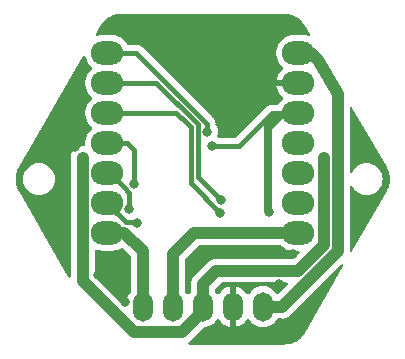
<source format=gbr>
%TF.GenerationSoftware,KiCad,Pcbnew,7.0.9*%
%TF.CreationDate,2023-12-16T17:23:44+09:00*%
%TF.ProjectId,LineIntegratedBoard,4c696e65-496e-4746-9567-726174656442,rev?*%
%TF.SameCoordinates,Original*%
%TF.FileFunction,Copper,L1,Top*%
%TF.FilePolarity,Positive*%
%FSLAX46Y46*%
G04 Gerber Fmt 4.6, Leading zero omitted, Abs format (unit mm)*
G04 Created by KiCad (PCBNEW 7.0.9) date 2023-12-16 17:23:44*
%MOMM*%
%LPD*%
G01*
G04 APERTURE LIST*
%TA.AperFunction,SMDPad,CuDef*%
%ADD10O,1.700000X2.500000*%
%TD*%
%TA.AperFunction,SMDPad,CuDef*%
%ADD11O,2.748280X1.998980*%
%TD*%
%TA.AperFunction,ViaPad*%
%ADD12C,0.800000*%
%TD*%
%TA.AperFunction,Conductor*%
%ADD13C,1.000000*%
%TD*%
%TA.AperFunction,Conductor*%
%ADD14C,0.400000*%
%TD*%
G04 APERTURE END LIST*
D10*
%TO.P,J4,1,Pin_1*%
%TO.N,+5V*%
X157480000Y-100965000D03*
%TO.P,J4,2,Pin_2*%
%TO.N,GND*%
X154940000Y-100965000D03*
%TO.P,J4,3,Pin_3*%
%TO.N,+5VA*%
X152400000Y-100965000D03*
%TO.P,J4,4,Pin_4*%
%TO.N,LINE_TX*%
X149860000Y-100965000D03*
%TO.P,J4,5,Pin_5*%
%TO.N,LINE_RX*%
X147320000Y-100965000D03*
%TD*%
D11*
%TO.P,U2,14,5V*%
%TO.N,+5V*%
X160479677Y-79477167D03*
%TO.P,U2,13,GND*%
%TO.N,GND*%
X160479677Y-82017167D03*
%TO.P,U2,12,3V3*%
%TO.N,+3.3V*%
X160479677Y-84557167D03*
%TO.P,U2,11,PA6_A10_D10_MOSI*%
%TO.N,unconnected-(U2-PA6_A10_D10_MOSI-Pad11)*%
X160479677Y-87097167D03*
%TO.P,U2,10,PA5_A9_D9_MISO*%
%TO.N,unconnected-(U2-PA5_A9_D9_MISO-Pad10)*%
X160479677Y-89637167D03*
%TO.P,U2,9,PA7_A8_D8_SCK*%
%TO.N,unconnected-(U2-PA7_A8_D8_SCK-Pad9)*%
X160479677Y-92177167D03*
%TO.P,U2,8,PB09_A7_D7_RX*%
%TO.N,LINE_TX*%
X160479677Y-94717167D03*
%TO.P,U2,7,PB08_A6_D6_TX*%
%TO.N,LINE_RX*%
X144315117Y-94717167D03*
%TO.P,U2,6,PA9_A5_D5_SCL*%
%TO.N,S3*%
X144315117Y-92177167D03*
%TO.P,U2,5,PA8_A4_D4_SDA*%
%TO.N,S2*%
X144315117Y-89637167D03*
%TO.P,U2,4,PA11_A3_D3*%
%TO.N,E*%
X144315117Y-87097167D03*
%TO.P,U2,3,PA10_A2_D2*%
%TO.N,S1*%
X144315117Y-84557167D03*
%TO.P,U2,2,PA4_A1_D1*%
%TO.N,S0*%
X144315117Y-82017167D03*
%TO.P,U2,1,PA02_A0_D0*%
%TO.N,Data*%
X144315117Y-79477167D03*
%TD*%
D12*
%TO.N,GND*%
X160020000Y-96520000D03*
X157861000Y-78867000D03*
X152019000Y-77597000D03*
X146050000Y-77470000D03*
X152019000Y-82931000D03*
X157607000Y-83439000D03*
X159385000Y-77216000D03*
X165354000Y-94615000D03*
X162687000Y-99441000D03*
X159131000Y-103124000D03*
X158877000Y-99060000D03*
X157226000Y-96139000D03*
X151638000Y-97536000D03*
X165354000Y-87884000D03*
X145796000Y-96774000D03*
X145796000Y-100584000D03*
X143510000Y-98298000D03*
X139954000Y-93472000D03*
X138684000Y-87122000D03*
X140716000Y-96774000D03*
X141572955Y-87462062D03*
%TO.N,+3.3V*%
X157988000Y-92964000D03*
X153160693Y-87391768D03*
%TO.N,S3*%
X146840072Y-93894500D03*
%TO.N,S2*%
X146192971Y-92720968D03*
%TO.N,E*%
X146615332Y-90620668D03*
%TO.N,S1*%
X153868039Y-93022439D03*
%TO.N,S0*%
X153924000Y-91948000D03*
%TO.N,Data*%
X152775236Y-86143500D03*
%TO.N,+5VA*%
X142240000Y-89662000D03*
X162630000Y-89662000D03*
X153000689Y-98459311D03*
X152400000Y-99060000D03*
X142240000Y-88392000D03*
X162630000Y-88392000D03*
%TD*%
D13*
%TO.N,+5VA*%
X153000689Y-98459311D02*
X153543000Y-97917000D01*
X153543000Y-97917000D02*
X160481944Y-97917000D01*
X160481944Y-97917000D02*
X162630000Y-95768944D01*
X162630000Y-95768944D02*
X162630000Y-89662000D01*
%TO.N,+5V*%
X157480000Y-100965000D02*
X159131000Y-100965000D01*
X163830000Y-82967341D02*
X162155978Y-80067850D01*
X162155978Y-80067850D02*
X161565295Y-79477167D01*
X159131000Y-100965000D02*
X163830000Y-96266000D01*
X163830000Y-96266000D02*
X163830000Y-82967341D01*
X161565295Y-79477167D02*
X160479677Y-79477167D01*
%TO.N,LINE_TX*%
X149860000Y-100965000D02*
X149860000Y-96520000D01*
X149860000Y-96520000D02*
X151662833Y-94717167D01*
X151662833Y-94717167D02*
X160479677Y-94717167D01*
D14*
%TO.N,+3.3V*%
X157988000Y-92964000D02*
X157734000Y-92710000D01*
X157734000Y-92710000D02*
X157734000Y-85573167D01*
X157734000Y-85573167D02*
X158750000Y-84557167D01*
X158750000Y-84557167D02*
X160479677Y-84557167D01*
X158266833Y-84557167D02*
X158750000Y-84557167D01*
X157988000Y-85852000D02*
X157988000Y-92964000D01*
X160479677Y-84557167D02*
X159282833Y-84557167D01*
X159282833Y-84557167D02*
X157988000Y-85852000D01*
X153176461Y-87376000D02*
X155448000Y-87376000D01*
X153160693Y-87391768D02*
X153176461Y-87376000D01*
X155448000Y-87376000D02*
X158266833Y-84557167D01*
%TO.N,Data*%
X152775236Y-86143500D02*
X152775236Y-85465236D01*
X146787167Y-79477167D02*
X144315117Y-79477167D01*
X152775236Y-85465236D02*
X146787167Y-79477167D01*
D13*
%TO.N,+5VA*%
X152400000Y-99060000D02*
X153000689Y-98459311D01*
D14*
%TO.N,S3*%
X146840072Y-93894500D02*
X146762739Y-93817167D01*
X144315117Y-92245117D02*
X144315117Y-92177167D01*
X146762739Y-93817167D02*
X145887167Y-93817167D01*
X145887167Y-93817167D02*
X144315117Y-92245117D01*
D13*
%TO.N,LINE_RX*%
X144315117Y-94717167D02*
X145771167Y-94717167D01*
X145771167Y-94717167D02*
X147320000Y-96266000D01*
X147320000Y-96266000D02*
X147320000Y-100965000D01*
D14*
%TO.N,S2*%
X145796000Y-90932000D02*
X144501167Y-89637167D01*
X146192971Y-92720968D02*
X146192971Y-91328971D01*
X146192971Y-91328971D02*
X145796000Y-90932000D01*
X144501167Y-89637167D02*
X144315117Y-89637167D01*
%TO.N,E*%
X146615332Y-90620668D02*
X146615332Y-87687332D01*
X146025167Y-87097167D02*
X144315117Y-87097167D01*
X146615332Y-87687332D02*
X146025167Y-87097167D01*
%TO.N,S1*%
X151375736Y-90530136D02*
X153868039Y-93022439D01*
X150170111Y-84557167D02*
X151043472Y-85430528D01*
X144315117Y-84557167D02*
X150170111Y-84557167D01*
X151375736Y-85762792D02*
X151375736Y-87376000D01*
X151375736Y-87376000D02*
X151375736Y-90530136D01*
X151043472Y-85430528D02*
X151375736Y-85762792D01*
%TO.N,S0*%
X151975736Y-89999736D02*
X153924000Y-91948000D01*
X151975736Y-85514264D02*
X151975736Y-89999736D01*
X144315117Y-82017167D02*
X148478639Y-82017167D01*
X148478639Y-82017167D02*
X151975736Y-85514264D01*
D13*
%TO.N,+5VA*%
X142240000Y-98806000D02*
X142240000Y-89662000D01*
X142240000Y-89662000D02*
X142240000Y-88392000D01*
X162630000Y-89662000D02*
X162630000Y-88392000D01*
X152400000Y-100965000D02*
X152400000Y-101365000D01*
X150641000Y-103124000D02*
X146558000Y-103124000D01*
X152400000Y-101365000D02*
X150641000Y-103124000D01*
X146558000Y-103124000D02*
X142240000Y-98806000D01*
X152400000Y-100965000D02*
X152400000Y-99060000D01*
%TD*%
%TA.AperFunction,Conductor*%
%TO.N,GND*%
G36*
X164238579Y-97374854D02*
G01*
X164294512Y-97416726D01*
X164318929Y-97482190D01*
X164304077Y-97550463D01*
X164302632Y-97553036D01*
X161060843Y-103167978D01*
X161058700Y-103171424D01*
X161030148Y-103214155D01*
X160906055Y-103396165D01*
X160901439Y-103402123D01*
X160828898Y-103484843D01*
X160717185Y-103605240D01*
X160712612Y-103609686D01*
X160622800Y-103688449D01*
X160620577Y-103690308D01*
X160500554Y-103786024D01*
X160496341Y-103789104D01*
X160394363Y-103857243D01*
X160390917Y-103859386D01*
X160259891Y-103935034D01*
X160256312Y-103936947D01*
X160146319Y-103991189D01*
X160141546Y-103993298D01*
X159998638Y-104049385D01*
X159995917Y-104050380D01*
X159882805Y-104088778D01*
X159876667Y-104090515D01*
X159716542Y-104127063D01*
X159608639Y-104148526D01*
X159601170Y-104149545D01*
X159381246Y-104166024D01*
X159339638Y-104168752D01*
X159330258Y-104169367D01*
X159326210Y-104169500D01*
X151293937Y-104169500D01*
X151226898Y-104149815D01*
X151181143Y-104097011D01*
X151171199Y-104027853D01*
X151200224Y-103964297D01*
X151213163Y-103951417D01*
X151241566Y-103927033D01*
X151247843Y-103922300D01*
X151248145Y-103922101D01*
X151276519Y-103903402D01*
X151319917Y-103860002D01*
X151323336Y-103856834D01*
X151369895Y-103816866D01*
X151390931Y-103789688D01*
X151396101Y-103783818D01*
X152433031Y-102746888D01*
X152494352Y-102713405D01*
X152509896Y-102711044D01*
X152635408Y-102700063D01*
X152863663Y-102638903D01*
X153077829Y-102539035D01*
X153271401Y-102403495D01*
X153438495Y-102236401D01*
X153568732Y-102050402D01*
X153623306Y-102006779D01*
X153692805Y-101999585D01*
X153755160Y-102031107D01*
X153771880Y-102050404D01*
X153901886Y-102236073D01*
X153901891Y-102236079D01*
X154068917Y-102403105D01*
X154262421Y-102538600D01*
X154476507Y-102638429D01*
X154476516Y-102638433D01*
X154690000Y-102695634D01*
X154690000Y-99234364D01*
X154689999Y-99234364D01*
X154476513Y-99291567D01*
X154476507Y-99291570D01*
X154262422Y-99391399D01*
X154262420Y-99391400D01*
X154068926Y-99526886D01*
X154068920Y-99526891D01*
X153901891Y-99693920D01*
X153901890Y-99693922D01*
X153771880Y-99879595D01*
X153717303Y-99923219D01*
X153647804Y-99930412D01*
X153585450Y-99898890D01*
X153568730Y-99879594D01*
X153438494Y-99693597D01*
X153436819Y-99691922D01*
X153436315Y-99691000D01*
X153435014Y-99689449D01*
X153435325Y-99689187D01*
X153403334Y-99630599D01*
X153400500Y-99604241D01*
X153400500Y-99525783D01*
X153420185Y-99458744D01*
X153436819Y-99438102D01*
X153921102Y-98953819D01*
X153982425Y-98920334D01*
X154008783Y-98917500D01*
X159464218Y-98917500D01*
X159531257Y-98937185D01*
X159577012Y-98989989D01*
X159586956Y-99059147D01*
X159557931Y-99122703D01*
X159551899Y-99129181D01*
X158816134Y-99864945D01*
X158754811Y-99898430D01*
X158685119Y-99893446D01*
X158629186Y-99851574D01*
X158626878Y-99848387D01*
X158518494Y-99693597D01*
X158351402Y-99526506D01*
X158351395Y-99526501D01*
X158157834Y-99390967D01*
X158157830Y-99390965D01*
X158135392Y-99380502D01*
X157943663Y-99291097D01*
X157943659Y-99291096D01*
X157943655Y-99291094D01*
X157715413Y-99229938D01*
X157715403Y-99229936D01*
X157480001Y-99209341D01*
X157479999Y-99209341D01*
X157244596Y-99229936D01*
X157244586Y-99229938D01*
X157016344Y-99291094D01*
X157016335Y-99291098D01*
X156802171Y-99390964D01*
X156802169Y-99390965D01*
X156608597Y-99526505D01*
X156441508Y-99693594D01*
X156311269Y-99879595D01*
X156256692Y-99923219D01*
X156187193Y-99930412D01*
X156124839Y-99898890D01*
X156108119Y-99879594D01*
X155978113Y-99693926D01*
X155978108Y-99693920D01*
X155811082Y-99526894D01*
X155617578Y-99391399D01*
X155403492Y-99291570D01*
X155403486Y-99291567D01*
X155190000Y-99234364D01*
X155190000Y-102695633D01*
X155403483Y-102638433D01*
X155403492Y-102638429D01*
X155617577Y-102538600D01*
X155617579Y-102538599D01*
X155811073Y-102403113D01*
X155811079Y-102403108D01*
X155978108Y-102236079D01*
X155978113Y-102236073D01*
X156108119Y-102050405D01*
X156162696Y-102006780D01*
X156232194Y-101999586D01*
X156294549Y-102031109D01*
X156311269Y-102050405D01*
X156441505Y-102236402D01*
X156608209Y-102403105D01*
X156608599Y-102403495D01*
X156705384Y-102471265D01*
X156802165Y-102539032D01*
X156802167Y-102539033D01*
X156802170Y-102539035D01*
X157016337Y-102638903D01*
X157244592Y-102700063D01*
X157415056Y-102714977D01*
X157479999Y-102720659D01*
X157480000Y-102720659D01*
X157480001Y-102720659D01*
X157519234Y-102717226D01*
X157715408Y-102700063D01*
X157943663Y-102638903D01*
X158157829Y-102539035D01*
X158351401Y-102403495D01*
X158518495Y-102236401D01*
X158654035Y-102042829D01*
X158656711Y-102037091D01*
X158702885Y-101984654D01*
X158769091Y-101965500D01*
X159118284Y-101965500D01*
X159207358Y-101967757D01*
X159207358Y-101967756D01*
X159207363Y-101967757D01*
X159267753Y-101956932D01*
X159272412Y-101956280D01*
X159314607Y-101951988D01*
X159333438Y-101950074D01*
X159366227Y-101939786D01*
X159373840Y-101937918D01*
X159407653Y-101931858D01*
X159464621Y-101909101D01*
X159469053Y-101907524D01*
X159527588Y-101889159D01*
X159557627Y-101872484D01*
X159564708Y-101869122D01*
X159596617Y-101856377D01*
X159647854Y-101822608D01*
X159651851Y-101820187D01*
X159705502Y-101790409D01*
X159731568Y-101768030D01*
X159737843Y-101763300D01*
X159766519Y-101744402D01*
X159809917Y-101701002D01*
X159813336Y-101697834D01*
X159859895Y-101657866D01*
X159880931Y-101630688D01*
X159886101Y-101624818D01*
X164107566Y-97403353D01*
X164168887Y-97369870D01*
X164238579Y-97374854D01*
G37*
%TD.AperFunction*%
%TA.AperFunction,Conductor*%
G36*
X145621532Y-95986746D02*
G01*
X145642961Y-96003882D01*
X146283181Y-96644102D01*
X146316666Y-96705425D01*
X146319500Y-96731783D01*
X146319500Y-99604241D01*
X146299815Y-99671280D01*
X146283181Y-99691922D01*
X146281505Y-99693597D01*
X146145965Y-99887169D01*
X146145964Y-99887171D01*
X146046098Y-100101335D01*
X146046094Y-100101344D01*
X145984938Y-100329586D01*
X145984936Y-100329596D01*
X145969500Y-100506034D01*
X145969500Y-100821217D01*
X145949815Y-100888256D01*
X145897011Y-100934011D01*
X145827853Y-100943955D01*
X145764297Y-100914930D01*
X145757819Y-100908898D01*
X143276819Y-98427898D01*
X143243334Y-98366575D01*
X143240500Y-98340217D01*
X143240500Y-96237878D01*
X143260185Y-96170839D01*
X143312989Y-96125084D01*
X143382147Y-96115140D01*
X143414311Y-96124323D01*
X143451748Y-96140745D01*
X143451752Y-96140746D01*
X143692731Y-96201770D01*
X143878424Y-96217157D01*
X143878426Y-96217157D01*
X144751808Y-96217157D01*
X144751810Y-96217157D01*
X144937503Y-96201770D01*
X145178482Y-96140746D01*
X145406130Y-96040890D01*
X145487459Y-95987754D01*
X145554347Y-95967567D01*
X145621532Y-95986746D01*
G37*
%TD.AperFunction*%
%TA.AperFunction,Conductor*%
G36*
X158995793Y-95737352D02*
G01*
X159012737Y-95750438D01*
X159180555Y-95904926D01*
X159180554Y-95904926D01*
X159332019Y-96003882D01*
X159388664Y-96040890D01*
X159616312Y-96140746D01*
X159857291Y-96201770D01*
X160042984Y-96217157D01*
X160467505Y-96217157D01*
X160534544Y-96236842D01*
X160580299Y-96289646D01*
X160590243Y-96358804D01*
X160561218Y-96422360D01*
X160555186Y-96428838D01*
X160103843Y-96880181D01*
X160042520Y-96913666D01*
X160016162Y-96916500D01*
X153555717Y-96916500D01*
X153511176Y-96915371D01*
X153466637Y-96914243D01*
X153466636Y-96914243D01*
X153466627Y-96914243D01*
X153406253Y-96925065D01*
X153401587Y-96925719D01*
X153340563Y-96931925D01*
X153340562Y-96931925D01*
X153307786Y-96942208D01*
X153300159Y-96944080D01*
X153266350Y-96950140D01*
X153266347Y-96950141D01*
X153209368Y-96972899D01*
X153204931Y-96974478D01*
X153146417Y-96992838D01*
X153146406Y-96992843D01*
X153116382Y-97009507D01*
X153109290Y-97012875D01*
X153083262Y-97023273D01*
X153077383Y-97025622D01*
X153077382Y-97025622D01*
X153077381Y-97025623D01*
X153077373Y-97025627D01*
X153026155Y-97059383D01*
X153022126Y-97061824D01*
X152968502Y-97091588D01*
X152968499Y-97091590D01*
X152942427Y-97113970D01*
X152936160Y-97118695D01*
X152907482Y-97137598D01*
X152907475Y-97137603D01*
X152864116Y-97180962D01*
X152860661Y-97184164D01*
X152814106Y-97224132D01*
X152814105Y-97224133D01*
X152793076Y-97251300D01*
X152787884Y-97257194D01*
X152365171Y-97679909D01*
X151701532Y-98343546D01*
X151636946Y-98404942D01*
X151601899Y-98455294D01*
X151599062Y-98459056D01*
X151560302Y-98506592D01*
X151560299Y-98506597D01*
X151544392Y-98537047D01*
X151540324Y-98543761D01*
X151520702Y-98571954D01*
X151496509Y-98628330D01*
X151494488Y-98632584D01*
X151466091Y-98686951D01*
X151466090Y-98686952D01*
X151456640Y-98719975D01*
X151454007Y-98727371D01*
X151440459Y-98758943D01*
X151428113Y-98819019D01*
X151426990Y-98823595D01*
X151410113Y-98882577D01*
X151410113Y-98882579D01*
X151407503Y-98916841D01*
X151406414Y-98924608D01*
X151402211Y-98945067D01*
X151399500Y-98958258D01*
X151399500Y-99019597D01*
X151399321Y-99024306D01*
X151394662Y-99085474D01*
X151396707Y-99101527D01*
X151399003Y-99119560D01*
X151399500Y-99127388D01*
X151399500Y-99604241D01*
X151379815Y-99671280D01*
X151363181Y-99691922D01*
X151361505Y-99693597D01*
X151231575Y-99879158D01*
X151176998Y-99922783D01*
X151107500Y-99929977D01*
X151045145Y-99898454D01*
X151028425Y-99879158D01*
X150898494Y-99693597D01*
X150896819Y-99691922D01*
X150896315Y-99691000D01*
X150895014Y-99689449D01*
X150895325Y-99689187D01*
X150863334Y-99630599D01*
X150860500Y-99604241D01*
X150860500Y-96985782D01*
X150880185Y-96918743D01*
X150896819Y-96898101D01*
X152040934Y-95753986D01*
X152102257Y-95720501D01*
X152128615Y-95717667D01*
X158928754Y-95717667D01*
X158995793Y-95737352D01*
G37*
%TD.AperFunction*%
%TA.AperFunction,Conductor*%
G36*
X142428397Y-79725616D02*
G01*
X142468925Y-79782531D01*
X142474054Y-79802676D01*
X142481393Y-79846659D01*
X142562106Y-80081767D01*
X142562108Y-80081772D01*
X142680421Y-80300395D01*
X142680425Y-80300400D01*
X142833100Y-80496557D01*
X142833109Y-80496567D01*
X143006230Y-80655938D01*
X143042221Y-80715825D01*
X143040120Y-80785663D01*
X143006230Y-80838396D01*
X142833109Y-80997766D01*
X142833100Y-80997776D01*
X142680425Y-81193933D01*
X142680421Y-81193938D01*
X142562108Y-81412561D01*
X142562106Y-81412566D01*
X142481393Y-81647675D01*
X142440477Y-81892875D01*
X142440477Y-82141458D01*
X142481393Y-82386658D01*
X142562106Y-82621767D01*
X142562108Y-82621772D01*
X142680421Y-82840395D01*
X142680425Y-82840400D01*
X142833100Y-83036557D01*
X142833109Y-83036567D01*
X143006230Y-83195938D01*
X143042221Y-83255825D01*
X143040120Y-83325663D01*
X143006230Y-83378396D01*
X142833109Y-83537766D01*
X142833100Y-83537776D01*
X142680425Y-83733933D01*
X142680421Y-83733938D01*
X142562108Y-83952561D01*
X142562106Y-83952566D01*
X142481393Y-84187675D01*
X142440477Y-84432875D01*
X142440477Y-84681458D01*
X142481393Y-84926658D01*
X142562106Y-85161767D01*
X142562108Y-85161772D01*
X142680421Y-85380395D01*
X142680425Y-85380400D01*
X142833100Y-85576557D01*
X142833109Y-85576567D01*
X143006230Y-85735938D01*
X143042221Y-85795825D01*
X143040120Y-85865663D01*
X143006230Y-85918396D01*
X142833109Y-86077766D01*
X142833100Y-86077776D01*
X142680425Y-86273933D01*
X142680421Y-86273938D01*
X142562108Y-86492561D01*
X142562106Y-86492566D01*
X142481393Y-86727675D01*
X142472469Y-86781157D01*
X142442734Y-86959352D01*
X142440477Y-86972875D01*
X142440477Y-87221461D01*
X142445214Y-87249851D01*
X142436831Y-87319216D01*
X142392278Y-87373037D01*
X142325699Y-87394228D01*
X142316625Y-87394100D01*
X142189064Y-87387631D01*
X142189061Y-87387631D01*
X141987936Y-87418442D01*
X141987924Y-87418445D01*
X141797118Y-87489111D01*
X141797111Y-87489115D01*
X141624432Y-87596745D01*
X141624427Y-87596749D01*
X141476949Y-87736938D01*
X141476948Y-87736940D01*
X141360705Y-87903949D01*
X141280459Y-88090943D01*
X141239500Y-88290258D01*
X141239500Y-98375673D01*
X141219815Y-98442712D01*
X141167011Y-98488467D01*
X141097853Y-98498411D01*
X141034297Y-98469386D01*
X141008113Y-98437673D01*
X136812986Y-91171500D01*
X136811073Y-91167921D01*
X136788384Y-91121911D01*
X136692775Y-90923377D01*
X136689922Y-90916399D01*
X136654547Y-90812187D01*
X136606143Y-90655262D01*
X136604586Y-90649108D01*
X136581275Y-90531914D01*
X136580779Y-90529073D01*
X136557897Y-90377258D01*
X136557340Y-90372095D01*
X136549318Y-90249691D01*
X136549185Y-90245635D01*
X136549185Y-90170000D01*
X137175941Y-90170000D01*
X137196536Y-90405403D01*
X137196538Y-90405413D01*
X137257694Y-90633655D01*
X137257696Y-90633659D01*
X137257697Y-90633663D01*
X137282806Y-90687508D01*
X137357564Y-90847828D01*
X137357565Y-90847830D01*
X137493105Y-91041402D01*
X137660197Y-91208494D01*
X137853769Y-91344034D01*
X137853771Y-91344035D01*
X138067937Y-91443903D01*
X138296192Y-91505063D01*
X138472634Y-91520500D01*
X138590566Y-91520500D01*
X138767008Y-91505063D01*
X138995263Y-91443903D01*
X139209429Y-91344035D01*
X139403001Y-91208495D01*
X139570095Y-91041401D01*
X139705635Y-90847830D01*
X139805503Y-90633663D01*
X139866663Y-90405408D01*
X139887259Y-90170000D01*
X139866663Y-89934592D01*
X139805503Y-89706337D01*
X139705635Y-89492171D01*
X139705634Y-89492169D01*
X139570094Y-89298597D01*
X139403002Y-89131505D01*
X139209430Y-88995965D01*
X139209428Y-88995964D01*
X139102346Y-88946031D01*
X138995263Y-88896097D01*
X138995259Y-88896096D01*
X138995255Y-88896094D01*
X138767013Y-88834938D01*
X138767003Y-88834936D01*
X138590566Y-88819500D01*
X138472634Y-88819500D01*
X138296196Y-88834936D01*
X138296186Y-88834938D01*
X138067944Y-88896094D01*
X138067935Y-88896098D01*
X137853771Y-88995964D01*
X137853769Y-88995965D01*
X137660197Y-89131505D01*
X137493106Y-89298597D01*
X137493101Y-89298604D01*
X137357567Y-89492165D01*
X137357565Y-89492169D01*
X137257698Y-89706335D01*
X137257694Y-89706344D01*
X137196538Y-89934586D01*
X137196536Y-89934596D01*
X137175941Y-90169999D01*
X137175941Y-90170000D01*
X136549185Y-90170000D01*
X136549185Y-90094363D01*
X136549318Y-90090307D01*
X136555874Y-89990270D01*
X136557340Y-89967899D01*
X136557898Y-89962732D01*
X136580783Y-89810902D01*
X136581272Y-89808100D01*
X136604588Y-89690882D01*
X136606140Y-89684746D01*
X136654555Y-89527790D01*
X136689928Y-89423582D01*
X136692766Y-89416639D01*
X136788357Y-89218140D01*
X136811081Y-89172060D01*
X136812970Y-89168526D01*
X142244359Y-79761085D01*
X142294925Y-79712871D01*
X142363532Y-79699648D01*
X142428397Y-79725616D01*
G37*
%TD.AperFunction*%
%TA.AperFunction,Conductor*%
G36*
X165035703Y-84070316D02*
G01*
X165061885Y-84102026D01*
X166075991Y-85858509D01*
X167979615Y-89155684D01*
X167979616Y-89155684D01*
X167987012Y-89168496D01*
X167988923Y-89172073D01*
X168011599Y-89218053D01*
X168107231Y-89416637D01*
X168110076Y-89423597D01*
X168145434Y-89527759D01*
X168159680Y-89573942D01*
X168193853Y-89684732D01*
X168195417Y-89690915D01*
X168218716Y-89808046D01*
X168219215Y-89810902D01*
X168242101Y-89962740D01*
X168242661Y-89967928D01*
X168250561Y-90088455D01*
X168250681Y-90090276D01*
X168250814Y-90094333D01*
X168250814Y-90245665D01*
X168250681Y-90249714D01*
X168250506Y-90252390D01*
X168242661Y-90372070D01*
X168242101Y-90377258D01*
X168219215Y-90529096D01*
X168218716Y-90531952D01*
X168195417Y-90649083D01*
X168193853Y-90655265D01*
X168155409Y-90779902D01*
X168145447Y-90812202D01*
X168127049Y-90866402D01*
X168110079Y-90916394D01*
X168107227Y-90923371D01*
X168011609Y-91121925D01*
X167988915Y-91167942D01*
X167987002Y-91171520D01*
X165061887Y-96237969D01*
X165011320Y-96286185D01*
X164942713Y-96299408D01*
X164877848Y-96273440D01*
X164837320Y-96216525D01*
X164830500Y-96175969D01*
X164830500Y-90841297D01*
X164850185Y-90774258D01*
X164902989Y-90728503D01*
X164972147Y-90718559D01*
X165035703Y-90747584D01*
X165066882Y-90788892D01*
X165094364Y-90847828D01*
X165094365Y-90847830D01*
X165229905Y-91041402D01*
X165396997Y-91208494D01*
X165590569Y-91344034D01*
X165590571Y-91344035D01*
X165804737Y-91443903D01*
X166032992Y-91505063D01*
X166209434Y-91520500D01*
X166327366Y-91520500D01*
X166503808Y-91505063D01*
X166732063Y-91443903D01*
X166946229Y-91344035D01*
X167139801Y-91208495D01*
X167306895Y-91041401D01*
X167442435Y-90847830D01*
X167542303Y-90633663D01*
X167603463Y-90405408D01*
X167624059Y-90170000D01*
X167603463Y-89934592D01*
X167542303Y-89706337D01*
X167442435Y-89492171D01*
X167442434Y-89492169D01*
X167306894Y-89298597D01*
X167139802Y-89131505D01*
X166946230Y-88995965D01*
X166946228Y-88995964D01*
X166839146Y-88946031D01*
X166732063Y-88896097D01*
X166732059Y-88896096D01*
X166732055Y-88896094D01*
X166503813Y-88834938D01*
X166503803Y-88834936D01*
X166327366Y-88819500D01*
X166209434Y-88819500D01*
X166032996Y-88834936D01*
X166032986Y-88834938D01*
X165804744Y-88896094D01*
X165804735Y-88896098D01*
X165590571Y-88995964D01*
X165590569Y-88995965D01*
X165396997Y-89131505D01*
X165229906Y-89298597D01*
X165229901Y-89298604D01*
X165094367Y-89492165D01*
X165094365Y-89492170D01*
X165066882Y-89551107D01*
X165020709Y-89603546D01*
X164953515Y-89622698D01*
X164886634Y-89602482D01*
X164841300Y-89549316D01*
X164830500Y-89498702D01*
X164830500Y-84164029D01*
X164850185Y-84096990D01*
X164902989Y-84051235D01*
X164972147Y-84041291D01*
X165035703Y-84070316D01*
G37*
%TD.AperFunction*%
%TA.AperFunction,Conductor*%
G36*
X159330223Y-76170633D02*
G01*
X159349246Y-76171879D01*
X159381421Y-76173988D01*
X159601196Y-76190458D01*
X159608626Y-76191472D01*
X159716522Y-76212934D01*
X159873630Y-76248793D01*
X159876669Y-76249487D01*
X159882806Y-76251224D01*
X159995915Y-76289620D01*
X159998622Y-76290609D01*
X160141557Y-76346707D01*
X160146319Y-76348812D01*
X160187660Y-76369198D01*
X160256315Y-76403055D01*
X160259851Y-76404945D01*
X160390948Y-76480634D01*
X160394368Y-76482761D01*
X160496335Y-76550893D01*
X160500531Y-76553960D01*
X160607909Y-76639591D01*
X160620595Y-76649708D01*
X160622807Y-76651558D01*
X160712610Y-76730313D01*
X160717178Y-76734755D01*
X160828921Y-76855186D01*
X160901434Y-76937872D01*
X160906051Y-76943830D01*
X161030084Y-77125749D01*
X161058711Y-77168593D01*
X161060854Y-77172039D01*
X161461836Y-77866562D01*
X161478309Y-77934462D01*
X161455456Y-78000489D01*
X161400535Y-78043680D01*
X161330982Y-78050321D01*
X161324009Y-78048768D01*
X161102059Y-77992563D01*
X160953254Y-77980233D01*
X160916370Y-77977177D01*
X160042984Y-77977177D01*
X160009431Y-77979957D01*
X159857294Y-77992563D01*
X159616311Y-78053588D01*
X159388664Y-78153443D01*
X159180554Y-78289407D01*
X158997669Y-78457766D01*
X158997660Y-78457776D01*
X158844985Y-78653933D01*
X158844981Y-78653938D01*
X158726668Y-78872561D01*
X158726666Y-78872566D01*
X158645953Y-79107675D01*
X158605037Y-79352875D01*
X158605037Y-79601458D01*
X158645953Y-79846658D01*
X158726666Y-80081767D01*
X158726668Y-80081772D01*
X158844981Y-80300395D01*
X158844985Y-80300400D01*
X158997660Y-80496557D01*
X158997669Y-80496567D01*
X159171160Y-80656278D01*
X159207151Y-80716165D01*
X159205050Y-80786003D01*
X159171160Y-80838737D01*
X158998032Y-80998112D01*
X158998029Y-80998116D01*
X158845407Y-81194204D01*
X158845403Y-81194210D01*
X158727128Y-81412762D01*
X158727125Y-81412771D01*
X158646439Y-81647799D01*
X158626521Y-81767167D01*
X160605677Y-81767167D01*
X160672716Y-81786852D01*
X160718471Y-81839656D01*
X160729677Y-81891167D01*
X160729677Y-82143167D01*
X160709992Y-82210206D01*
X160657188Y-82255961D01*
X160605677Y-82267167D01*
X158626521Y-82267167D01*
X158646439Y-82386534D01*
X158727125Y-82621562D01*
X158727128Y-82621571D01*
X158845403Y-82840123D01*
X158845407Y-82840129D01*
X158998029Y-83036217D01*
X158998032Y-83036220D01*
X159171160Y-83195596D01*
X159207150Y-83255483D01*
X159205050Y-83325321D01*
X159171161Y-83378055D01*
X159027899Y-83509938D01*
X158997671Y-83537766D01*
X158997664Y-83537772D01*
X158997660Y-83537776D01*
X158844985Y-83733933D01*
X158844978Y-83733943D01*
X158815923Y-83787632D01*
X158766703Y-83837222D01*
X158714365Y-83852386D01*
X158707400Y-83852807D01*
X158697424Y-83854636D01*
X158675073Y-83856667D01*
X158289881Y-83856667D01*
X158286136Y-83856554D01*
X158224229Y-83852809D01*
X158224222Y-83852809D01*
X158163219Y-83863988D01*
X158159518Y-83864551D01*
X158097961Y-83872026D01*
X158097954Y-83872028D01*
X158088480Y-83875621D01*
X158066882Y-83881642D01*
X158056901Y-83883472D01*
X158056896Y-83883473D01*
X158000338Y-83908928D01*
X157996879Y-83910360D01*
X157938903Y-83932348D01*
X157938899Y-83932351D01*
X157930556Y-83938109D01*
X157911021Y-83949127D01*
X157901781Y-83953286D01*
X157901772Y-83953291D01*
X157852957Y-83991535D01*
X157849942Y-83993753D01*
X157798901Y-84028985D01*
X157757775Y-84075407D01*
X157755208Y-84078133D01*
X155194162Y-86639181D01*
X155132839Y-86672666D01*
X155106481Y-86675500D01*
X153747146Y-86675500D01*
X153680107Y-86655815D01*
X153674259Y-86651817D01*
X153652210Y-86635797D01*
X153609545Y-86580467D01*
X153603567Y-86510853D01*
X153607166Y-86497162D01*
X153622373Y-86450360D01*
X153660910Y-86331756D01*
X153680696Y-86143500D01*
X153660910Y-85955244D01*
X153602415Y-85775216D01*
X153507769Y-85611284D01*
X153507580Y-85611074D01*
X153507509Y-85610927D01*
X153503950Y-85606028D01*
X153504846Y-85605376D01*
X153477355Y-85548080D01*
X153475736Y-85528108D01*
X153475736Y-85488271D01*
X153475849Y-85484526D01*
X153479593Y-85422630D01*
X153468413Y-85361622D01*
X153467851Y-85357925D01*
X153460376Y-85296365D01*
X153460375Y-85296361D01*
X153456782Y-85286887D01*
X153450755Y-85265265D01*
X153448930Y-85255306D01*
X153448930Y-85255304D01*
X153423475Y-85198748D01*
X153422045Y-85195293D01*
X153400054Y-85137306D01*
X153394295Y-85128963D01*
X153383266Y-85109408D01*
X153379113Y-85100179D01*
X153379110Y-85100174D01*
X153340869Y-85051363D01*
X153338649Y-85048346D01*
X153325065Y-85028667D01*
X153303419Y-84997307D01*
X153256986Y-84956171D01*
X153254292Y-84953635D01*
X147298765Y-78998108D01*
X147296231Y-78995417D01*
X147255096Y-78948984D01*
X147255095Y-78948983D01*
X147255091Y-78948979D01*
X147204063Y-78913758D01*
X147201054Y-78911544D01*
X147152227Y-78873291D01*
X147152222Y-78873287D01*
X147142980Y-78869128D01*
X147123433Y-78858103D01*
X147115098Y-78852350D01*
X147115099Y-78852350D01*
X147115097Y-78852349D01*
X147057108Y-78830356D01*
X147053657Y-78828926D01*
X146997097Y-78803471D01*
X146987113Y-78801641D01*
X146965510Y-78795618D01*
X146956041Y-78792027D01*
X146956037Y-78792026D01*
X146894480Y-78784551D01*
X146890779Y-78783988D01*
X146829775Y-78772809D01*
X146829770Y-78772809D01*
X146767864Y-78776554D01*
X146764119Y-78776667D01*
X146090118Y-78776667D01*
X146023079Y-78756982D01*
X145981063Y-78711685D01*
X145949812Y-78653938D01*
X145949808Y-78653933D01*
X145797133Y-78457776D01*
X145797124Y-78457766D01*
X145614238Y-78289407D01*
X145614239Y-78289407D01*
X145406129Y-78153443D01*
X145178482Y-78053588D01*
X144937499Y-77992563D01*
X144788694Y-77980233D01*
X144751810Y-77977177D01*
X143878424Y-77977177D01*
X143844871Y-77979957D01*
X143692734Y-77992563D01*
X143476880Y-78047224D01*
X143407059Y-78044598D01*
X143349742Y-78004642D01*
X143323126Y-77940041D01*
X143335661Y-77871305D01*
X143339037Y-77865047D01*
X143739160Y-77172014D01*
X143741290Y-77168587D01*
X143769915Y-77125749D01*
X143893963Y-76943803D01*
X143898546Y-76937890D01*
X143971126Y-76855128D01*
X144082817Y-76734755D01*
X144087375Y-76730323D01*
X144177255Y-76651500D01*
X144179365Y-76649736D01*
X144299483Y-76553945D01*
X144303627Y-76550916D01*
X144405647Y-76482748D01*
X144409049Y-76480633D01*
X144540154Y-76404940D01*
X144543641Y-76403075D01*
X144653701Y-76348799D01*
X144658402Y-76346722D01*
X144801489Y-76290564D01*
X144804029Y-76289635D01*
X144917224Y-76251211D01*
X144923277Y-76249498D01*
X145083481Y-76212931D01*
X145191363Y-76191472D01*
X145198797Y-76190458D01*
X145418761Y-76173974D01*
X145436393Y-76172818D01*
X145469748Y-76170633D01*
X145473804Y-76170500D01*
X159326168Y-76170500D01*
X159330223Y-76170633D01*
G37*
%TD.AperFunction*%
%TD*%
M02*

</source>
